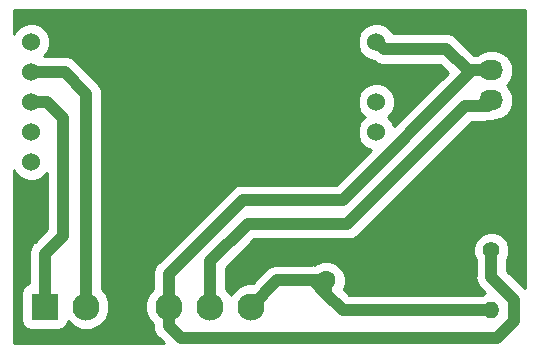
<source format=gbr>
G04 #@! TF.GenerationSoftware,KiCad,Pcbnew,(5.0.1)-4*
G04 #@! TF.CreationDate,2019-12-24T00:11:51+01:00*
G04 #@! TF.ProjectId,greenhouse_sensors,677265656E686F7573655F73656E736F,rev?*
G04 #@! TF.SameCoordinates,PX7270e00PY632ea00*
G04 #@! TF.FileFunction,Copper,L2,Bot,Signal*
G04 #@! TF.FilePolarity,Positive*
%FSLAX46Y46*%
G04 Gerber Fmt 4.6, Leading zero omitted, Abs format (unit mm)*
G04 Created by KiCad (PCBNEW (5.0.1)-4) date 24/12/2019 00:11:51*
%MOMM*%
%LPD*%
G01*
G04 APERTURE LIST*
G04 #@! TA.AperFunction,ComponentPad*
%ADD10C,1.524000*%
G04 #@! TD*
G04 #@! TA.AperFunction,ComponentPad*
%ADD11C,1.400000*%
G04 #@! TD*
G04 #@! TA.AperFunction,ComponentPad*
%ADD12O,1.400000X1.400000*%
G04 #@! TD*
G04 #@! TA.AperFunction,ComponentPad*
%ADD13O,2.032000X1.727200*%
G04 #@! TD*
G04 #@! TA.AperFunction,ComponentPad*
%ADD14R,2.300000X2.300000*%
G04 #@! TD*
G04 #@! TA.AperFunction,ComponentPad*
%ADD15C,2.300000*%
G04 #@! TD*
G04 #@! TA.AperFunction,ComponentPad*
%ADD16C,1.600000*%
G04 #@! TD*
G04 #@! TA.AperFunction,ComponentPad*
%ADD17O,1.600000X1.600000*%
G04 #@! TD*
G04 #@! TA.AperFunction,Conductor*
%ADD18C,1.000000*%
G04 #@! TD*
G04 #@! TA.AperFunction,Conductor*
%ADD19C,0.254000*%
G04 #@! TD*
G04 APERTURE END LIST*
D10*
G04 #@! TO.P,J2,9*
G04 #@! TO.N,+5V*
X31555001Y26384999D03*
G04 #@! TO.P,J2,8*
G04 #@! TO.N,GND*
X31555001Y23844999D03*
G04 #@! TO.P,J2,7*
G04 #@! TO.N,Net-(J2-Pad7)*
X31555001Y21304999D03*
G04 #@! TO.P,J2,6*
G04 #@! TO.N,Net-(J2-Pad6)*
X31555001Y18764999D03*
G04 #@! TO.P,J2,5*
G04 #@! TO.N,Net-(J2-Pad5)*
X2345001Y16224999D03*
G04 #@! TO.P,J2,4*
G04 #@! TO.N,Net-(J2-Pad4)*
X2345001Y18764999D03*
G04 #@! TO.P,J2,3*
G04 #@! TO.N,Net-(J1-Pad1)*
X2345001Y21304999D03*
G04 #@! TO.P,J2,2*
G04 #@! TO.N,Net-(J1-Pad2)*
X2345001Y23844999D03*
G04 #@! TO.P,J2,1*
G04 #@! TO.N,Net-(J2-Pad1)*
X2345001Y26384999D03*
G04 #@! TD*
D11*
G04 #@! TO.P,R2,1*
G04 #@! TO.N,+5V*
X41290000Y8750000D03*
D12*
G04 #@! TO.P,R2,2*
G04 #@! TO.N,Net-(J1-Pad6)*
X41290000Y3670000D03*
G04 #@! TD*
D13*
G04 #@! TO.P,TH1,3*
G04 #@! TO.N,GND*
X41290000Y18910000D03*
G04 #@! TO.P,TH1,2*
G04 #@! TO.N,Net-(J1-Pad5)*
X41290000Y21450000D03*
G04 #@! TO.P,TH1,1*
G04 #@! TO.N,+5V*
X41290000Y23990000D03*
G04 #@! TD*
D14*
G04 #@! TO.P,J1,1*
G04 #@! TO.N,Net-(J1-Pad1)*
X3470000Y4000000D03*
D15*
G04 #@! TO.P,J1,2*
G04 #@! TO.N,Net-(J1-Pad2)*
X6970000Y4000000D03*
G04 #@! TO.P,J1,3*
G04 #@! TO.N,GND*
X10470000Y4000000D03*
G04 #@! TO.P,J1,4*
G04 #@! TO.N,+5V*
X13970000Y4000000D03*
G04 #@! TO.P,J1,5*
G04 #@! TO.N,Net-(J1-Pad5)*
X17470000Y4000000D03*
G04 #@! TO.P,J1,6*
G04 #@! TO.N,Net-(J1-Pad6)*
X20970000Y4000000D03*
G04 #@! TD*
D16*
G04 #@! TO.P,R1,1*
G04 #@! TO.N,Net-(J1-Pad6)*
X27320000Y6210000D03*
D17*
G04 #@! TO.P,R1,2*
G04 #@! TO.N,GND*
X34940000Y6210000D03*
G04 #@! TD*
D18*
G04 #@! TO.N,Net-(J1-Pad1)*
X2345001Y21304999D02*
X3695001Y21304999D01*
X3695001Y21304999D02*
X5000000Y20000000D01*
X5000000Y20000000D02*
X5000000Y10000000D01*
X3470000Y8470000D02*
X3470000Y4000000D01*
X5000000Y10000000D02*
X3470000Y8470000D01*
G04 #@! TO.N,Net-(J1-Pad2)*
X2345001Y23844999D02*
X5155001Y23844999D01*
X6970000Y22030000D02*
X6970000Y4000000D01*
X5155001Y23844999D02*
X6970000Y22030000D01*
G04 #@! TO.N,GND*
X31400000Y24000000D02*
X31555001Y23844999D01*
X24000000Y19156345D02*
X24000000Y24000000D01*
X10470000Y4000000D02*
X10470000Y5626345D01*
X10470000Y5626345D02*
X24000000Y19156345D01*
X41290000Y12560000D02*
X34940000Y6210000D01*
X41290000Y18910000D02*
X41290000Y12560000D01*
X30347000Y28347000D02*
X41653000Y28347000D01*
X28000000Y26000000D02*
X30347000Y28347000D01*
X28000000Y24000000D02*
X28000000Y26000000D01*
X28000000Y24000000D02*
X31400000Y24000000D01*
X24000000Y24000000D02*
X28000000Y24000000D01*
X43306000Y18910000D02*
X41290000Y18910000D01*
X43506010Y19110010D02*
X43306000Y18910000D01*
X43506010Y26493990D02*
X43506010Y19110010D01*
X41653000Y28347000D02*
X43506010Y26493990D01*
G04 #@! TO.N,+5V*
X39274000Y23990000D02*
X41290000Y23990000D01*
X37457000Y25807000D02*
X39274000Y23990000D01*
X32193000Y25807000D02*
X37457000Y25807000D01*
X31615001Y26384999D02*
X32193000Y25807000D01*
X31555001Y26384999D02*
X31615001Y26384999D01*
X39683764Y23990000D02*
X28693764Y13000000D01*
X41290000Y23990000D02*
X39683764Y23990000D01*
X28693764Y13000000D02*
X20247831Y13000000D01*
X13970000Y6722169D02*
X13970000Y4000000D01*
X20247831Y13000000D02*
X13970000Y6722169D01*
X13970000Y4000000D02*
X13970000Y2373655D01*
X13970000Y2373655D02*
X15000000Y1343655D01*
X41775657Y1343655D02*
X15000000Y1343655D01*
X43190001Y2757999D02*
X41775657Y1343655D01*
X43190001Y4582001D02*
X43190001Y2757999D01*
X41290000Y6482002D02*
X43190001Y4582001D01*
X41290000Y8750000D02*
X41290000Y6482002D01*
G04 #@! TO.N,Net-(J1-Pad6)*
X23180000Y6210000D02*
X20970000Y4000000D01*
X40300051Y3670000D02*
X41290000Y3670000D01*
X28728630Y3670000D02*
X40300051Y3670000D01*
X27320000Y5078630D02*
X28728630Y3670000D01*
X27320000Y6210000D02*
X27320000Y5078630D01*
X26188630Y6210000D02*
X27320000Y5078630D01*
X26000000Y6210000D02*
X26188630Y6210000D01*
X26000000Y6210000D02*
X23180000Y6210000D01*
X27320000Y6210000D02*
X26000000Y6210000D01*
G04 #@! TO.N,Net-(J1-Pad5)*
X39071550Y20973610D02*
X29097940Y11000000D01*
X40973610Y20973610D02*
X39071550Y20973610D01*
X41290000Y21450000D02*
X41290000Y21290000D01*
X41290000Y21290000D02*
X40973610Y20973610D01*
X29097940Y11000000D02*
X20652007Y11000000D01*
X17470000Y7817993D02*
X17470000Y4000000D01*
X20652007Y11000000D02*
X17470000Y7817993D01*
G04 #@! TD*
D19*
G04 #@! TO.N,GND*
G36*
X44098001Y5571263D02*
X44035918Y5612745D01*
X42617000Y7031662D01*
X42617000Y7963418D01*
X42817000Y8446261D01*
X42817000Y9053739D01*
X42584528Y9614976D01*
X42154976Y10044528D01*
X41593739Y10277000D01*
X40986261Y10277000D01*
X40425024Y10044528D01*
X39995472Y9614976D01*
X39763000Y9053739D01*
X39763000Y8446261D01*
X39963000Y7963417D01*
X39963001Y6612698D01*
X39937004Y6482002D01*
X40039994Y5964233D01*
X40259254Y5636088D01*
X40333288Y5525289D01*
X40444086Y5451256D01*
X40771552Y5123789D01*
X40694194Y5108402D01*
X40527469Y4997000D01*
X29278291Y4997000D01*
X28783542Y5491748D01*
X28947000Y5886370D01*
X28947000Y6533630D01*
X28699304Y7131622D01*
X28241622Y7589304D01*
X27643630Y7837000D01*
X26996370Y7837000D01*
X26398378Y7589304D01*
X26346074Y7537000D01*
X26319322Y7537000D01*
X26188630Y7562996D01*
X26057938Y7537000D01*
X23310692Y7537000D01*
X23180000Y7562996D01*
X23049308Y7537000D01*
X23049304Y7537000D01*
X22662230Y7460006D01*
X22223287Y7166713D01*
X22149254Y7055915D01*
X21070340Y5977000D01*
X20576750Y5977000D01*
X19850119Y5676020D01*
X19293980Y5119881D01*
X19220000Y4941277D01*
X19146020Y5119881D01*
X18797000Y5468901D01*
X18797000Y7268333D01*
X21201668Y9673000D01*
X28967248Y9673000D01*
X29097940Y9647004D01*
X29228632Y9673000D01*
X29228636Y9673000D01*
X29615710Y9749994D01*
X30054653Y10043287D01*
X30128688Y10154088D01*
X39621212Y19646610D01*
X40842918Y19646610D01*
X40973610Y19620614D01*
X41104302Y19646610D01*
X41104306Y19646610D01*
X41491380Y19723604D01*
X41544952Y19759400D01*
X41608906Y19759400D01*
X42102039Y19857490D01*
X42661254Y20231146D01*
X43034910Y20790361D01*
X43166120Y21450000D01*
X43034910Y22109639D01*
X42661254Y22668854D01*
X42584709Y22720000D01*
X42661254Y22771146D01*
X43034910Y23330361D01*
X43166120Y23990000D01*
X43034910Y24649639D01*
X42661254Y25208854D01*
X42102039Y25582510D01*
X41608906Y25680600D01*
X40971094Y25680600D01*
X40477961Y25582510D01*
X40080598Y25317000D01*
X39823661Y25317000D01*
X38487748Y26652912D01*
X38413713Y26763713D01*
X37974770Y27057006D01*
X37587696Y27134000D01*
X37587692Y27134000D01*
X37457000Y27159996D01*
X37326308Y27134000D01*
X32964676Y27134000D01*
X32902090Y27285095D01*
X32455097Y27732088D01*
X31871073Y27973999D01*
X31238929Y27973999D01*
X30654905Y27732088D01*
X30207912Y27285095D01*
X29966001Y26701071D01*
X29966001Y26068927D01*
X30207912Y25484903D01*
X30654905Y25037910D01*
X31238929Y24795999D01*
X31317535Y24795999D01*
X31675230Y24556994D01*
X32062304Y24480000D01*
X32062307Y24480000D01*
X32192999Y24454004D01*
X32323691Y24480000D01*
X36907340Y24480000D01*
X37602221Y23785118D01*
X33072000Y19254897D01*
X32902090Y19665095D01*
X32532186Y20034999D01*
X32902090Y20404903D01*
X33144001Y20988927D01*
X33144001Y21621071D01*
X32902090Y22205095D01*
X32455097Y22652088D01*
X31871073Y22893999D01*
X31238929Y22893999D01*
X30654905Y22652088D01*
X30207912Y22205095D01*
X29966001Y21621071D01*
X29966001Y20988927D01*
X30207912Y20404903D01*
X30577816Y20034999D01*
X30207912Y19665095D01*
X29966001Y19081071D01*
X29966001Y18448927D01*
X30207912Y17864903D01*
X30654905Y17417910D01*
X31065104Y17248000D01*
X28144104Y14327000D01*
X20378523Y14327000D01*
X20247831Y14352996D01*
X20117139Y14327000D01*
X20117135Y14327000D01*
X19730061Y14250006D01*
X19291118Y13956713D01*
X19217085Y13845915D01*
X13124086Y7752915D01*
X13013287Y7678881D01*
X12719994Y7239938D01*
X12643000Y6852864D01*
X12643000Y6852861D01*
X12617004Y6722169D01*
X12643000Y6591477D01*
X12643000Y5468901D01*
X12293980Y5119881D01*
X11993000Y4393250D01*
X11993000Y3606750D01*
X12293980Y2880119D01*
X12643000Y2531099D01*
X12643000Y2504347D01*
X12617004Y2373655D01*
X12643000Y2242963D01*
X12643000Y2242959D01*
X12683409Y2039813D01*
X12719994Y1855886D01*
X12719995Y1855885D01*
X13013288Y1416942D01*
X13124086Y1342909D01*
X13564994Y902000D01*
X902000Y902000D01*
X902000Y15556455D01*
X997912Y15324903D01*
X1444905Y14877910D01*
X2028929Y14635999D01*
X2661073Y14635999D01*
X3245097Y14877910D01*
X3673000Y15305813D01*
X3673001Y10549662D01*
X2624086Y9500746D01*
X2513287Y9426712D01*
X2219994Y8987769D01*
X2143000Y8600695D01*
X2143000Y8600692D01*
X2117004Y8470000D01*
X2143000Y8339308D01*
X2143001Y5957994D01*
X1997321Y5929016D01*
X1723767Y5746233D01*
X1540984Y5472679D01*
X1476799Y5150000D01*
X1476799Y2850000D01*
X1540984Y2527321D01*
X1723767Y2253767D01*
X1997321Y2070984D01*
X2320000Y2006799D01*
X4620000Y2006799D01*
X4942679Y2070984D01*
X5216233Y2253767D01*
X5399016Y2527321D01*
X5440122Y2733977D01*
X5850119Y2323980D01*
X6576750Y2023000D01*
X7363250Y2023000D01*
X8089881Y2323980D01*
X8646020Y2880119D01*
X8947000Y3606750D01*
X8947000Y4393250D01*
X8646020Y5119881D01*
X8297000Y5468901D01*
X8297000Y21899309D01*
X8322996Y22030001D01*
X8297000Y22160695D01*
X8297000Y22160696D01*
X8220006Y22547770D01*
X8215172Y22555005D01*
X8000746Y22875915D01*
X8000744Y22875917D01*
X7926712Y22986713D01*
X7815917Y23060744D01*
X6185749Y24690911D01*
X6111714Y24801712D01*
X5672771Y25095005D01*
X5285697Y25171999D01*
X5285693Y25171999D01*
X5155001Y25197995D01*
X5024309Y25171999D01*
X3379186Y25171999D01*
X3692090Y25484903D01*
X3934001Y26068927D01*
X3934001Y26701071D01*
X3692090Y27285095D01*
X3245097Y27732088D01*
X2661073Y27973999D01*
X2028929Y27973999D01*
X1444905Y27732088D01*
X997912Y27285095D01*
X902000Y27053543D01*
X902000Y29098000D01*
X44098000Y29098000D01*
X44098001Y5571263D01*
X44098001Y5571263D01*
G37*
X44098001Y5571263D02*
X44035918Y5612745D01*
X42617000Y7031662D01*
X42617000Y7963418D01*
X42817000Y8446261D01*
X42817000Y9053739D01*
X42584528Y9614976D01*
X42154976Y10044528D01*
X41593739Y10277000D01*
X40986261Y10277000D01*
X40425024Y10044528D01*
X39995472Y9614976D01*
X39763000Y9053739D01*
X39763000Y8446261D01*
X39963000Y7963417D01*
X39963001Y6612698D01*
X39937004Y6482002D01*
X40039994Y5964233D01*
X40259254Y5636088D01*
X40333288Y5525289D01*
X40444086Y5451256D01*
X40771552Y5123789D01*
X40694194Y5108402D01*
X40527469Y4997000D01*
X29278291Y4997000D01*
X28783542Y5491748D01*
X28947000Y5886370D01*
X28947000Y6533630D01*
X28699304Y7131622D01*
X28241622Y7589304D01*
X27643630Y7837000D01*
X26996370Y7837000D01*
X26398378Y7589304D01*
X26346074Y7537000D01*
X26319322Y7537000D01*
X26188630Y7562996D01*
X26057938Y7537000D01*
X23310692Y7537000D01*
X23180000Y7562996D01*
X23049308Y7537000D01*
X23049304Y7537000D01*
X22662230Y7460006D01*
X22223287Y7166713D01*
X22149254Y7055915D01*
X21070340Y5977000D01*
X20576750Y5977000D01*
X19850119Y5676020D01*
X19293980Y5119881D01*
X19220000Y4941277D01*
X19146020Y5119881D01*
X18797000Y5468901D01*
X18797000Y7268333D01*
X21201668Y9673000D01*
X28967248Y9673000D01*
X29097940Y9647004D01*
X29228632Y9673000D01*
X29228636Y9673000D01*
X29615710Y9749994D01*
X30054653Y10043287D01*
X30128688Y10154088D01*
X39621212Y19646610D01*
X40842918Y19646610D01*
X40973610Y19620614D01*
X41104302Y19646610D01*
X41104306Y19646610D01*
X41491380Y19723604D01*
X41544952Y19759400D01*
X41608906Y19759400D01*
X42102039Y19857490D01*
X42661254Y20231146D01*
X43034910Y20790361D01*
X43166120Y21450000D01*
X43034910Y22109639D01*
X42661254Y22668854D01*
X42584709Y22720000D01*
X42661254Y22771146D01*
X43034910Y23330361D01*
X43166120Y23990000D01*
X43034910Y24649639D01*
X42661254Y25208854D01*
X42102039Y25582510D01*
X41608906Y25680600D01*
X40971094Y25680600D01*
X40477961Y25582510D01*
X40080598Y25317000D01*
X39823661Y25317000D01*
X38487748Y26652912D01*
X38413713Y26763713D01*
X37974770Y27057006D01*
X37587696Y27134000D01*
X37587692Y27134000D01*
X37457000Y27159996D01*
X37326308Y27134000D01*
X32964676Y27134000D01*
X32902090Y27285095D01*
X32455097Y27732088D01*
X31871073Y27973999D01*
X31238929Y27973999D01*
X30654905Y27732088D01*
X30207912Y27285095D01*
X29966001Y26701071D01*
X29966001Y26068927D01*
X30207912Y25484903D01*
X30654905Y25037910D01*
X31238929Y24795999D01*
X31317535Y24795999D01*
X31675230Y24556994D01*
X32062304Y24480000D01*
X32062307Y24480000D01*
X32192999Y24454004D01*
X32323691Y24480000D01*
X36907340Y24480000D01*
X37602221Y23785118D01*
X33072000Y19254897D01*
X32902090Y19665095D01*
X32532186Y20034999D01*
X32902090Y20404903D01*
X33144001Y20988927D01*
X33144001Y21621071D01*
X32902090Y22205095D01*
X32455097Y22652088D01*
X31871073Y22893999D01*
X31238929Y22893999D01*
X30654905Y22652088D01*
X30207912Y22205095D01*
X29966001Y21621071D01*
X29966001Y20988927D01*
X30207912Y20404903D01*
X30577816Y20034999D01*
X30207912Y19665095D01*
X29966001Y19081071D01*
X29966001Y18448927D01*
X30207912Y17864903D01*
X30654905Y17417910D01*
X31065104Y17248000D01*
X28144104Y14327000D01*
X20378523Y14327000D01*
X20247831Y14352996D01*
X20117139Y14327000D01*
X20117135Y14327000D01*
X19730061Y14250006D01*
X19291118Y13956713D01*
X19217085Y13845915D01*
X13124086Y7752915D01*
X13013287Y7678881D01*
X12719994Y7239938D01*
X12643000Y6852864D01*
X12643000Y6852861D01*
X12617004Y6722169D01*
X12643000Y6591477D01*
X12643000Y5468901D01*
X12293980Y5119881D01*
X11993000Y4393250D01*
X11993000Y3606750D01*
X12293980Y2880119D01*
X12643000Y2531099D01*
X12643000Y2504347D01*
X12617004Y2373655D01*
X12643000Y2242963D01*
X12643000Y2242959D01*
X12683409Y2039813D01*
X12719994Y1855886D01*
X12719995Y1855885D01*
X13013288Y1416942D01*
X13124086Y1342909D01*
X13564994Y902000D01*
X902000Y902000D01*
X902000Y15556455D01*
X997912Y15324903D01*
X1444905Y14877910D01*
X2028929Y14635999D01*
X2661073Y14635999D01*
X3245097Y14877910D01*
X3673000Y15305813D01*
X3673001Y10549662D01*
X2624086Y9500746D01*
X2513287Y9426712D01*
X2219994Y8987769D01*
X2143000Y8600695D01*
X2143000Y8600692D01*
X2117004Y8470000D01*
X2143000Y8339308D01*
X2143001Y5957994D01*
X1997321Y5929016D01*
X1723767Y5746233D01*
X1540984Y5472679D01*
X1476799Y5150000D01*
X1476799Y2850000D01*
X1540984Y2527321D01*
X1723767Y2253767D01*
X1997321Y2070984D01*
X2320000Y2006799D01*
X4620000Y2006799D01*
X4942679Y2070984D01*
X5216233Y2253767D01*
X5399016Y2527321D01*
X5440122Y2733977D01*
X5850119Y2323980D01*
X6576750Y2023000D01*
X7363250Y2023000D01*
X8089881Y2323980D01*
X8646020Y2880119D01*
X8947000Y3606750D01*
X8947000Y4393250D01*
X8646020Y5119881D01*
X8297000Y5468901D01*
X8297000Y21899309D01*
X8322996Y22030001D01*
X8297000Y22160695D01*
X8297000Y22160696D01*
X8220006Y22547770D01*
X8215172Y22555005D01*
X8000746Y22875915D01*
X8000744Y22875917D01*
X7926712Y22986713D01*
X7815917Y23060744D01*
X6185749Y24690911D01*
X6111714Y24801712D01*
X5672771Y25095005D01*
X5285697Y25171999D01*
X5285693Y25171999D01*
X5155001Y25197995D01*
X5024309Y25171999D01*
X3379186Y25171999D01*
X3692090Y25484903D01*
X3934001Y26068927D01*
X3934001Y26701071D01*
X3692090Y27285095D01*
X3245097Y27732088D01*
X2661073Y27973999D01*
X2028929Y27973999D01*
X1444905Y27732088D01*
X997912Y27285095D01*
X902000Y27053543D01*
X902000Y29098000D01*
X44098000Y29098000D01*
X44098001Y5571263D01*
G04 #@! TD*
M02*

</source>
